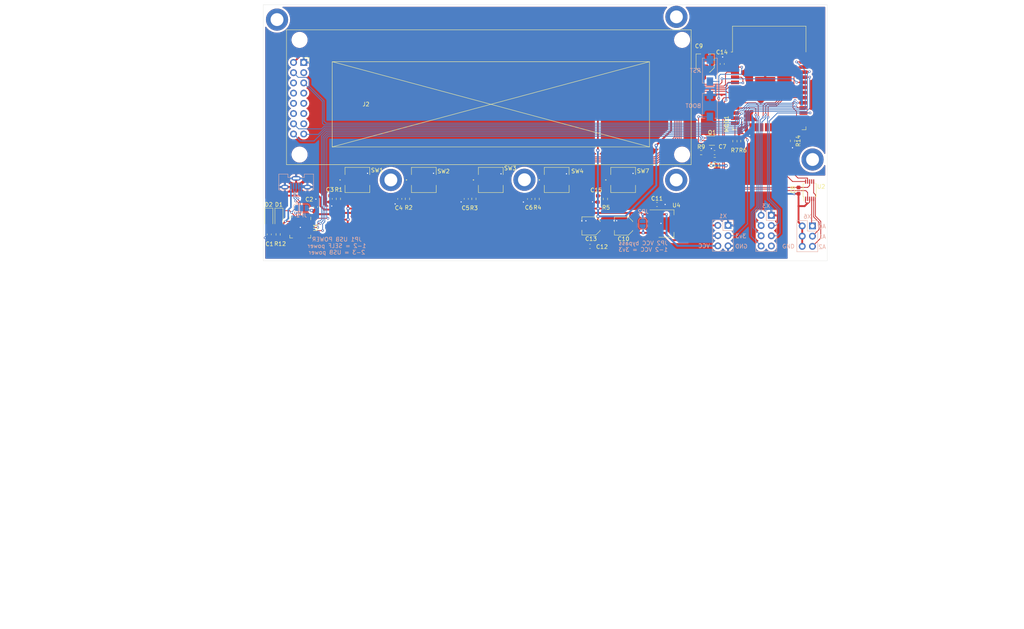
<source format=kicad_pcb>
(kicad_pcb (version 20211014) (generator pcbnew)

  (general
    (thickness 1.6)
  )

  (paper "A4")
  (layers
    (0 "F.Cu" signal)
    (31 "B.Cu" signal)
    (32 "B.Adhes" user "B.Adhesive")
    (33 "F.Adhes" user "F.Adhesive")
    (34 "B.Paste" user)
    (35 "F.Paste" user)
    (36 "B.SilkS" user "B.Silkscreen")
    (37 "F.SilkS" user "F.Silkscreen")
    (38 "B.Mask" user)
    (39 "F.Mask" user)
    (40 "Dwgs.User" user "User.Drawings")
    (41 "Cmts.User" user "User.Comments")
    (42 "Eco1.User" user "User.Eco1")
    (43 "Eco2.User" user "User.Eco2")
    (44 "Edge.Cuts" user)
    (45 "Margin" user)
    (46 "B.CrtYd" user "B.Courtyard")
    (47 "F.CrtYd" user "F.Courtyard")
    (48 "B.Fab" user)
    (49 "F.Fab" user)
  )

  (setup
    (stackup
      (layer "F.SilkS" (type "Top Silk Screen"))
      (layer "F.Paste" (type "Top Solder Paste"))
      (layer "F.Mask" (type "Top Solder Mask") (thickness 0.01))
      (layer "F.Cu" (type "copper") (thickness 0.035))
      (layer "dielectric 1" (type "core") (thickness 1.51) (material "FR4") (epsilon_r 4.5) (loss_tangent 0.02))
      (layer "B.Cu" (type "copper") (thickness 0.035))
      (layer "B.Mask" (type "Bottom Solder Mask") (thickness 0.01))
      (layer "B.Paste" (type "Bottom Solder Paste"))
      (layer "B.SilkS" (type "Bottom Silk Screen"))
      (copper_finish "None")
      (dielectric_constraints no)
    )
    (pad_to_mask_clearance 0)
    (pcbplotparams
      (layerselection 0x00010fc_ffffffff)
      (disableapertmacros false)
      (usegerberextensions false)
      (usegerberattributes true)
      (usegerberadvancedattributes true)
      (creategerberjobfile true)
      (svguseinch false)
      (svgprecision 6)
      (excludeedgelayer true)
      (plotframeref false)
      (viasonmask false)
      (mode 1)
      (useauxorigin false)
      (hpglpennumber 1)
      (hpglpenspeed 20)
      (hpglpendiameter 15.000000)
      (dxfpolygonmode true)
      (dxfimperialunits true)
      (dxfusepcbnewfont true)
      (psnegative false)
      (psa4output false)
      (plotreference true)
      (plotvalue true)
      (plotinvisibletext false)
      (sketchpadsonfab false)
      (subtractmaskfromsilk false)
      (outputformat 1)
      (mirror false)
      (drillshape 1)
      (scaleselection 1)
      (outputdirectory "")
    )
  )

  (net 0 "")
  (net 1 "VCC")
  (net 2 "GND")
  (net 3 "+3V3")
  (net 4 "/ESP_RST")
  (net 5 "/BTN_USR_1")
  (net 6 "/BTN_USR_2")
  (net 7 "/BTN_USR_3")
  (net 8 "/BTN_USR_4")
  (net 9 "/ERROR")
  (net 10 "unconnected-(U1-Pad1)")
  (net 11 "unconnected-(U1-Pad2)")
  (net 12 "unconnected-(U1-Pad10)")
  (net 13 "unconnected-(U1-Pad11)")
  (net 14 "unconnected-(U1-Pad12)")
  (net 15 "unconnected-(U1-Pad13)")
  (net 16 "unconnected-(U1-Pad14)")
  (net 17 "unconnected-(U1-Pad15)")
  (net 18 "unconnected-(U1-Pad16)")
  (net 19 "unconnected-(U1-Pad17)")
  (net 20 "unconnected-(U1-Pad18)")
  (net 21 "unconnected-(U1-Pad19)")
  (net 22 "unconnected-(U1-Pad20)")
  (net 23 "unconnected-(U1-Pad21)")
  (net 24 "/ESP_GPIO0")
  (net 25 "unconnected-(U1-Pad22)")
  (net 26 "unconnected-(U1-Pad23)")
  (net 27 "unconnected-(U1-Pad27)")
  (net 28 "/IN_ADC0")
  (net 29 "/I2C_SDA")
  (net 30 "/ESP_RX")
  (net 31 "/ESP_TX")
  (net 32 "/I2C_SCL")
  (net 33 "/IN_ADC1")
  (net 34 "/IN_ADC2")
  (net 35 "unconnected-(U2-Pad7)")
  (net 36 "/ADC_RDY")
  (net 37 "/BTN_USR_5")
  (net 38 "/uC04")
  (net 39 "/uC05")
  (net 40 "/uC03")
  (net 41 "/ESP_GPIO2")
  (net 42 "/uC06")
  (net 43 "/uC02")
  (net 44 "unconnected-(X3-Pad7)")
  (net 45 "VBUS")
  (net 46 "Net-(JP1-Pad2)")
  (net 47 "/DTR")
  (net 48 "/RTS")
  (net 49 "/USB_RST")
  (net 50 "/D-")
  (net 51 "/D+")
  (net 52 "+5V")
  (net 53 "unconnected-(J2-Pad3)")
  (net 54 "/OLED_MOSI")
  (net 55 "unconnected-(J2-Pad6)")
  (net 56 "unconnected-(J2-Pad7)")
  (net 57 "unconnected-(J2-Pad8)")
  (net 58 "unconnected-(J2-Pad9)")
  (net 59 "unconnected-(J2-Pad10)")
  (net 60 "unconnected-(J2-Pad11)")
  (net 61 "unconnected-(J2-Pad12)")
  (net 62 "unconnected-(J2-Pad13)")
  (net 63 "/OLED_DC")
  (net 64 "/OLED_RST")
  (net 65 "/OLED_CS")
  (net 66 "/ESP_GPIO12")
  (net 67 "/BUZZER")
  (net 68 "unconnected-(MOD1-Pad17)")
  (net 69 "unconnected-(MOD1-Pad18)")
  (net 70 "unconnected-(MOD1-Pad19)")
  (net 71 "unconnected-(MOD1-Pad20)")
  (net 72 "unconnected-(MOD1-Pad21)")
  (net 73 "unconnected-(MOD1-Pad22)")
  (net 74 "/OLED_SCK")
  (net 75 "/uC01")
  (net 76 "unconnected-(MOD1-Pad32)")

  (footprint "Capacitor_SMD:C_0603_1608Metric" (layer "F.Cu") (at 187.2996 113.3856 -90))

  (footprint "Capacitor_SMD:C_0603_1608Metric" (layer "F.Cu") (at 104.775 115.443 90))

  (footprint "Capacitor_SMD:C_0603_1608Metric" (layer "F.Cu") (at 55.8546 124.2822 -90))

  (footprint "Button_Switch_SMD:SW_SPST_ALPS_SKPMAME010" (layer "F.Cu") (at 94.244 110.744))

  (footprint "MountingHole:MountingHole_3.2mm_M3_ISO14580_Pad" (layer "F.Cu") (at 57.785 70.8914))

  (footprint "Resistor_SMD:R_0603_1608Metric" (layer "F.Cu") (at 171.5008 101.092 -90))

  (footprint "MountingHole:MountingHole_3.2mm_M3_ISO14580_Pad" (layer "F.Cu") (at 190.7794 105.664))

  (footprint "MountingHole:MountingHole_3.2mm_M3_ISO14580_Pad" (layer "F.Cu") (at 156.9212 110.744))

  (footprint "Diode_SMD:D_SOD-123" (layer "F.Cu") (at 55.753 120.015 -90))

  (footprint "Capacitor_SMD:C_0603_1608Metric" (layer "F.Cu") (at 137.4648 115.4684 90))

  (footprint "Button_Switch_SMD:SW_SPST_ALPS_SKPMAME010" (layer "F.Cu") (at 110.871 110.744))

  (footprint "Resistor_SMD:R_0603_1608Metric" (layer "F.Cu") (at 90.17 115.443 90))

  (footprint "Capacitor_SMD:C_0603_1608Metric" (layer "F.Cu") (at 120.4976 115.4684 90))

  (footprint "Button_Switch_SMD:SW_SPST_ALPS_SKPMAME010" (layer "F.Cu") (at 143.744 110.744))

  (footprint "Package_SO:TSSOP-10_3x3mm_P0.5mm" (layer "F.Cu") (at 190.0555 113.284 90))

  (footprint "Capacitor_SMD:C_Elec_4x5.4" (layer "F.Cu") (at 135.763 122.174 180))

  (footprint "MountingHole:MountingHole_3.2mm_M3_ISO14580_Pad" (layer "F.Cu") (at 86.0552 110.744))

  (footprint "Diode_SMD:D_SOD-123" (layer "F.Cu") (at 58.2676 120.015 -90))

  (footprint "Resistor_SMD:R_0603_1608Metric" (layer "F.Cu") (at 106.68 115.443 90))

  (footprint "Button_Switch_SMD:SW_SPST_ALPS_SKPMAME010" (layer "F.Cu") (at 127.244 110.744))

  (footprint "Resistor_SMD:R_0603_1608Metric" (layer "F.Cu") (at 166.497 105.664 180))

  (footprint "Capacitor_SMD:C_0603_1608Metric" (layer "F.Cu") (at 166.4462 103.9368 180))

  (footprint "Capacitor_SMD:C_0603_1608Metric" (layer "F.Cu") (at 88.265 115.443 90))

  (footprint "Resistor_SMD:R_0603_1608Metric" (layer "F.Cu") (at 173.482 101.092 90))

  (footprint "Capacitor_SMD:C_Elec_4x5.4" (layer "F.Cu") (at 164.1094 81.6864 90))

  (footprint "Resistor_SMD:R_0603_1608Metric" (layer "F.Cu") (at 58.0644 124.2822 -90))

  (footprint "Resistor_SMD:R_0603_1608Metric" (layer "F.Cu") (at 139.3444 115.4684 90))

  (footprint "Package_DFN_QFN:QFN-28-1EP_5x5mm_P0.5mm_EP3.35x3.35mm" (layer "F.Cu") (at 63.5635 122.555 -90))

  (footprint "Resistor_SMD:R_0603_1608Metric" (layer "F.Cu") (at 73.025 115.443 90))

  (footprint "Capacitor_SMD:C_0603_1608Metric" (layer "F.Cu") (at 67.3862 117.475 90))

  (footprint "Capacitor_SMD:C_0603_1608Metric" (layer "F.Cu") (at 152.146 116.84))

  (footprint "Button_Switch_SMD:SW_SPST_ALPS_SKPMAME010" (layer "F.Cu") (at 77.744 110.744))

  (footprint "MountingHole:MountingHole_3.2mm_M3_ISO14580_Pad" (layer "F.Cu") (at 119.2276 110.6932))

  (footprint "Resistor_SMD:R_0603_1608Metric" (layer "F.Cu") (at 122.3772 115.4684 90))

  (footprint "Package_TO_SOT_SMD:SOT-363_SC-70-6" (layer "F.Cu") (at 165.7985 100.965))

  (footprint "MountingHole:MountingHole_3.2mm_M3_ISO14580_Pad" (layer "F.Cu") (at 156.972 70.2056))

  (footprint "Capacitor_SMD:C_0603_1608Metric" (layer "F.Cu") (at 168.3512 81.915 90))

  (footprint "Resistor_SMD:R_0603_1608Metric" (layer "F.Cu") (at 185.801 101.0412 -90))

  (footprint "Package_TO_SOT_SMD:SOT-223-3_TabPin2" (layer "F.Cu") (at 154.457 121.5898))

  (footprint "Resistor_SMD:R_0603_1608Metric" (layer "F.Cu") (at 163.1188 103.9622))

  (footprint "RF_Module:ESP32-WROOM-32" (layer "F.Cu") (at 180.0225 88.392))

  (footprint "Capacitor_SMD:C_0603_1608Metric" (layer "F.Cu") (at 135.509 127.254 180))

  (footprint "Display:OLED_SSD1322_NHD_256X64" (layer "F.Cu") (at 60.1345 106.934 180))

  (footprint "Capacitor_SMD:C_0603_1608Metric" (layer "F.Cu") (at 70.993 115.443 90))

  (footprint "Capacitor_SMD:C_Elec_4x5.4" (layer "F.Cu") (at 143.8398 122.1994 180))

  (footprint "Connector_PinHeader_2.54mm:PinHeader_2x04_P2.54mm_Vertical" (layer "B.Cu") (at 180.5482 119.5424 180))

  (footprint "Jumper:SolderJumper-2_P1.3mm_Open_RoundedPad1.0x1.5mm" (layer "B.Cu") (at 148.5896 121.6152 -90))

  (footprint "Connector_PinHeader_2.54mm:PinHeader_2x03_P2.54mm_Vertical" (layer "B.Cu") (at 169.799 122.047 180))

  (footprint "Connector_PinHeader_2.54mm:PinHeader_2x03_P2.54mm_Vertical" (layer "B.Cu") (at 190.754 122.174 180))

  (footprint "Connector_USB:USB_Micro-B_Molex-105133-0031" (layer "B.Cu")
    (tedit 609009AE) (tstamp a5a6d870-0162-481e-a6c7-241b0f7ec531)
    (at 62.5348 111.427006)
    (descr "Molex Vertical Micro USB Typ-B (http://www.molex.com/pdm_docs/sd/1051330031_sd.pdf)")
    (tags "Micro-USB SMD Typ-B Vertical")
    (property "Sheetfile" "MiliOhmMeter.kicad_sch")
    (property "Sheetname" "")
    (path "/00000000-0000-0000-0000-000060c7d854")
    (clearance 0.1524)
    (attr smd)
    (fp_text reference "J1" (at 0 2.85) (layer "B.SilkS")
      (effects (font (size 1 1) (thickness 0.15)) (justify mirror))
      (tstamp 91c4ee50-ca48-44dc-bd0a-6211d834834e)
    )
    (fp_text value "USB_B_Micro" (at 0 -3.35) (layer "B.Fab")
      (effects (font (size 1 1) (thickness 0.15)) (justify mirror))
      (tstamp 4e32d503-2d38-49cf-8655-01cf3380ab2b)
    )
    (fp_text user "${REFERENCE}" (at 0 0.375) (layer "B.Fab")
      (effects (font (size 1 1) (thickness 0.15)) (justify mirror))
      (tstamp 2b77ac65-82ed-4ddc-8f57-31a8a939732e)
    )
    (fp_line (start -1.7 1.075) (end -1.7 1.825) (layer "B.SilkS") (width 0.12) (tstamp 078e5fce-dc80-42bb-9ac4-ed74a2790404))
    (fp_line (start -2 1.785) (end -4.31 1.785) (layer "B.SilkS") (width 0.12) (tstamp 0e6f853d-fcef-46f1-8115-925dba0cb9d8))
    (fp_line (start -4.31 1.785) (end -4.31 -2.135) (layer "B.SilkS") (width 0.12) (tstamp 1a22336e-7f50-4310-a556-52559c5bbc58))
    (fp_line (start -1.7 1.825) (end -1.1 1.825) (layer "B.SilkS") (width 0.12) (tstamp 3690f929-9354-43e6-b8fc-6ef4dd5be152))
    (fp_line (start -4.31 -2.135) (end -2.04 -2.135) (layer "B.SilkS") (width 0.12) (tstamp 52340348-0533-4289-8d83-33a33df471c8))
    (fp_line (start -2.04 -1.305) (end -1.21 -1.305) (layer "B.SilkS") (width 0.12) (tstamp 5b80aa80-2aa5-4c3a-af95-0fbfb43dd6bf))
    (fp_line (start -2.04 -1.305) (end -2.04 -2.135) (layer "B.SilkS") (width 0.12) (tstamp 6d972437-8279-4b2b-a37e-de2c230a1ff4))
    (fp_line (start 4.31 -2.135) (end 2.04 -2.135) (layer "B.SilkS") (width 0.12) (tstamp 6e8f654f-3f23-4336-af6c-2b78ed5fcffb))
    (fp_line (start 4.31 1.785) (end 4.31 -2.135) (layer "B.SilkS") (width 0.12) (tstamp 8dccfa7b-9bb0-4338-ae96-3f72fc8cdc14))
    (fp_line (start 2.04 -1.305) (end 1.21 -1.305) (layer "B.SilkS") (width 0.12) (tstamp 9a059521-34f5-4420-983a-3bef56852085))
    (fp_line (start 2 1.785) (end 4.31 1.785) (layer "B.SilkS") (width 0.12) (tstamp b506372a-7530-4ce8-983b-deffb01a64e4))
    (fp_line (start 2.04 -1.305) (end 2.04 -2.135) (layer "B.SilkS") (width 0.12) (tstamp faedb6b5-8ce3-4bce-ab9f-52eb9c01e4c9))
    (fp_line (start -4.81 -2.64) (end 4.81 -2.64) (layer "B.CrtYd") (width 0.05) (tstamp 4ea5108b-23d1-4cac-a8ab-b973fc1797e4))
    (fp_line (start -4.81 2.29) (end 4.81 2.29) (layer "B.CrtYd") (width 0.05) (tstamp 6058b8cb-cde0-4998-998e-08b749cfa62d))
    (fp_line (start -4.81 -2.64) (end -4.81 2.29) (layer "B.CrtYd") (width 0.05) (tstamp d7091432-8a63-4678-ac50-70b2db4b49da))
    (fp_line (start 4.81 -2.64) (end 4.81 2.29) (layer "B.CrtYd") (width 0.05) (tstamp f2003a7a-6a6d-4d18-8116-30444e1b938f))
    (fp_line (start -2.1 -1.245) (end 2.1 -1.245) (layer "B.Fab") (width 0.1) (tstamp 25be286e-6fef-4aad-9858-5cc9bbe4f259))
    (fp_line (start -2.1 -2.075) (end -2.1 -1.245) (layer "B.Fab") (width 0.1) (tstamp 27716de9-f138-48d5-8e47-d6f845dc5992))
    (fp_line (start -1.3 1) (end -1.075 1.225) (layer "B.Fab") (width 0.1) (tstamp 39551167-2709-49bf-bdd4-7d2299c68a6c))
    (fp_line (start 2.1 -1.245) (end 2.1 -2.075) (layer "B.Fab") (width 0.1) (tstamp 3de82bac-d10a-4827-a292-09662cdda1b9))
    (fp_line (start 4.25 -2.075) (end 4.25 1.725) (layer "B.Fab") (width 0.1) (tstamp 4431e881-9283-48c5-81a1-763dca625eed))
    (fp_line (start -3.43 1.725) (end -4.25 1.725) (layer "B.Fab") (width 0.1) (tstamp 51afef8a-692a-433f-bb40-17ed63c5df9a))
    (fp_line (start 3.43 1.225) (end -1.075 1.225) (layer "B.Fab") (width 0.1) (tstamp 67b097ae-64e9-4b43-b5c7-1d233d48ca53))
    (fp_line (start -3.43 1.225) (end -3.43 1.725) (layer "B.Fab") (width 0.1) (tstamp 69acf30c-d18a-4a03-9313-bfbd22a7f3ce))
    (fp_line (start 3.43 1.725) (end 3.43 1.225) (layer "B.Fab") (width 0.1) (tstamp 9e8fe8cf-390b-4894-8b84-00399af69c1a))
    (fp_line (start 2.1 -2.075) (end 4.25 -2.075) (layer "B.Fab") (width 0.1) (tstamp a908702f-e010-44a1-8428-70715965398a))
    (fp_line (start -4.25 -2.075) (end -2.1 -2.075) (layer "B.Fab") (width 0.1) (tstamp c3c1cabe-2e9a-488d-8f40-6306f1a2336e))
    (fp_line (start -4.25 1.725) (end -4.25 -2.075) (layer "B.Fab") (width 0.1) (tstamp c83783c3-2ef2-4fbb-b75e-6af1481be628))
    (fp_line (start -1.525 1.225) (end -1.3 1) (layer "B.Fab") (width 0.1) (tstamp e258d108-2dbb-4b8e-b702-145108c567ee))
    (fp_line (start -1.525 1.225) (end -3.43 1.225) (layer "B.Fab") (width 0.1) (tstamp e6817635-2b73-4a2a-bf47-d6224a8b8bcd))
    (fp_line (start 4.25 1.725) (end 3.43 1.725) (layer "B.Fab") (width 0.1) (tstamp e9f41a26-897d-409f-97b7-7152b8b9003d))
    (pad "1" smd rect locked (at -1.3 0.825) (size 0.45 1.5) (layers "B.Cu" "B.Paste" "B.Mask")
      (net 45 "VBUS") (pinfunction "VBUS") (pintype "power_out") (tstamp d3458ee3-c8f4-41bc-9ddb-604100758db3))
    (pad "2" smd rect locked (at -0.65 0.825) (size 0.45 1.5) (layers "B.Cu" "B.Paste" "B.Mask")
      (net 50 "/D-") (pinfunction "D-") (pintype "bidirectional") (tstamp 6b6427b7-0eef-47d3-8f42-432c0d4eeccf))
    (pad "3" smd rect locked (at 0 0.825) (size 0.45 1.5) (layers "B.Cu" "B.Paste" "B.Mask")
      (net 51 "/D+") (pinfunction "D+") (pintype "bi
... [674501 chars truncated]
</source>
